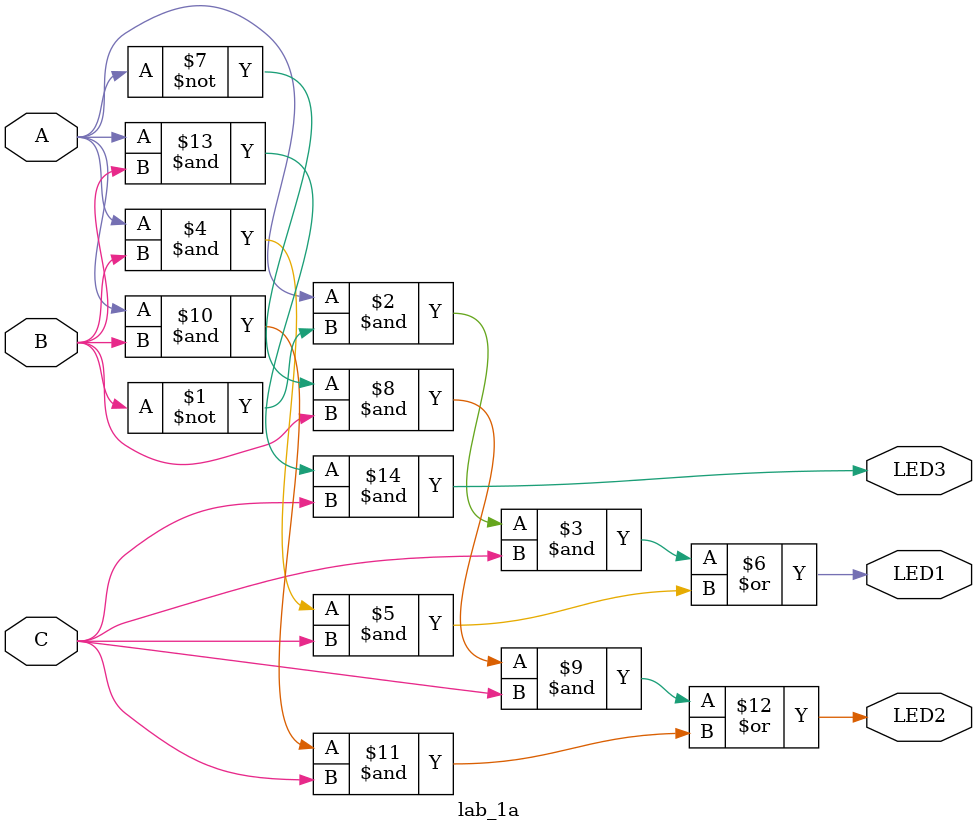
<source format=v>
`timescale 1ns / 1ps


module lab_1a(
    input A,
    input B,
    input C,
    output LED1,
    output LED2,
    output LED3
    );
    
    assign LED1 = ((A & ~B) & C) | ((A & B) & C);
    assign LED2 = ((~A & B) & C) | ((A & B) & C);
    assign LED3 = ((A & B) & C);
    
endmodule

</source>
